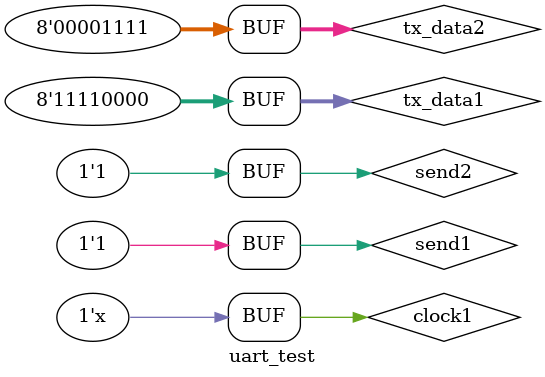
<source format=v>
module uart_test;


wire tx1,tx2,tx_done1,tx_done2,rx_finish1,rx_finish2;
wire [7:0] rx_data1,rx_data2;
reg clock1 = 0;
always #5 clock1 = ~clock1;
reg send1,send2,reset1,reset2;
reg [7:0] tx_data1,tx_data2;

initial begin
tx_data1 = 8'b11110000;
tx_data2 = 8'b00001111;
send1 = 1;
send2 = 1;
end
UART u1(tx2, send1, tx_data1, clock1, reset1, tx1, tx_done1, rx_finish1, rx_data1);
UART u2(tx1, send2, tx_data2, clock1, reset2, tx2, tx_done2, rx_finish2, rx_data2);

endmodule

</source>
